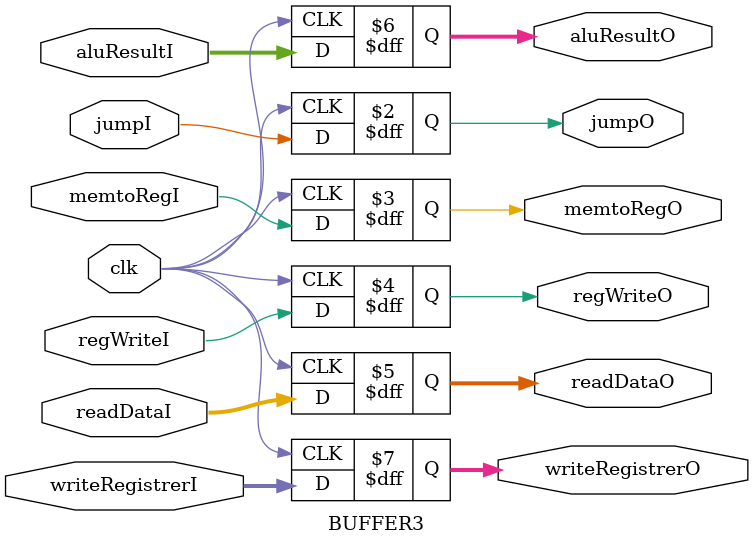
<source format=v>
module BUFFER3(
	input clk,
	input jumpI,
	input memtoRegI,
	input regWriteI,
	input [31:0]readDataI,
	input [31:0]aluResultI,
	input [4:0]writeRegistrerI,
	output reg jumpO,
	output reg memtoRegO,
	output reg regWriteO,
	output reg [31:0]readDataO,
	output reg [31:0]aluResultO,
	output reg [4:0]writeRegistrerO
);

always @(posedge clk)
begin
	jumpO=jumpI;
	memtoRegO=memtoRegI;
	regWriteO=regWriteI;
	readDataO=readDataI;
	aluResultO=aluResultI;
	writeRegistrerO=writeRegistrerI;
end
endmodule

</source>
